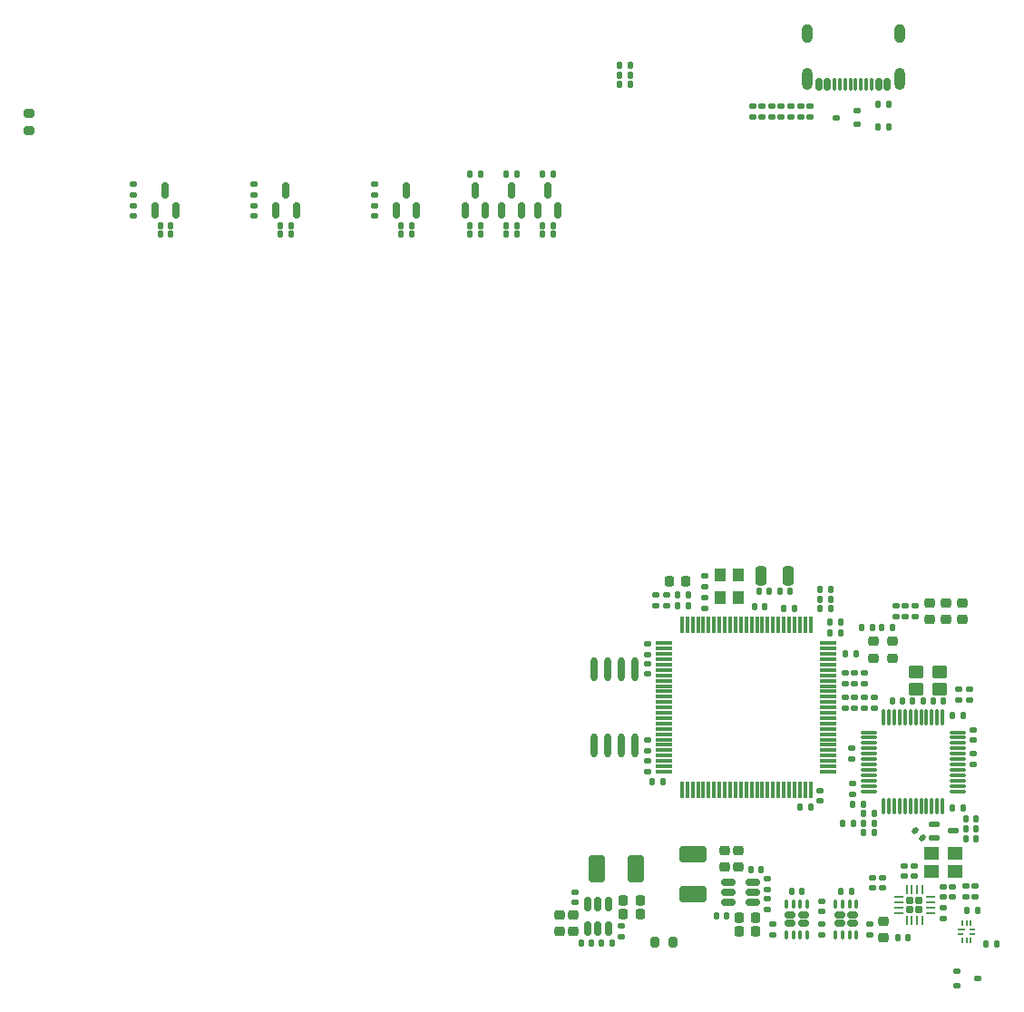
<source format=gbr>
%TF.GenerationSoftware,KiCad,Pcbnew,9.0.2-9.0.2-0~ubuntu24.04.1*%
%TF.CreationDate,2025-05-27T20:49:59+00:00*%
%TF.ProjectId,gpio-module,6770696f-2d6d-46f6-9475-6c652e6b6963,1.0.0*%
%TF.SameCoordinates,Original*%
%TF.FileFunction,Paste,Top*%
%TF.FilePolarity,Positive*%
%FSLAX46Y46*%
G04 Gerber Fmt 4.6, Leading zero omitted, Abs format (unit mm)*
G04 Created by KiCad (PCBNEW 9.0.2-9.0.2-0~ubuntu24.04.1) date 2025-05-27 20:49:59*
%MOMM*%
%LPD*%
G01*
G04 APERTURE LIST*
G04 Aperture macros list*
%AMRoundRect*
0 Rectangle with rounded corners*
0 $1 Rounding radius*
0 $2 $3 $4 $5 $6 $7 $8 $9 X,Y pos of 4 corners*
0 Add a 4 corners polygon primitive as box body*
4,1,4,$2,$3,$4,$5,$6,$7,$8,$9,$2,$3,0*
0 Add four circle primitives for the rounded corners*
1,1,$1+$1,$2,$3*
1,1,$1+$1,$4,$5*
1,1,$1+$1,$6,$7*
1,1,$1+$1,$8,$9*
0 Add four rect primitives between the rounded corners*
20,1,$1+$1,$2,$3,$4,$5,0*
20,1,$1+$1,$4,$5,$6,$7,0*
20,1,$1+$1,$6,$7,$8,$9,0*
20,1,$1+$1,$8,$9,$2,$3,0*%
G04 Aperture macros list end*
%ADD10RoundRect,0.250001X0.999999X-0.499999X0.999999X0.499999X-0.999999X0.499999X-0.999999X-0.499999X0*%
%ADD11RoundRect,0.140000X-0.140000X-0.170000X0.140000X-0.170000X0.140000X0.170000X-0.140000X0.170000X0*%
%ADD12RoundRect,0.140000X-0.170000X0.140000X-0.170000X-0.140000X0.170000X-0.140000X0.170000X0.140000X0*%
%ADD13RoundRect,0.140000X0.140000X0.170000X-0.140000X0.170000X-0.140000X-0.170000X0.140000X-0.170000X0*%
%ADD14RoundRect,0.150000X0.150000X-0.590000X0.150000X0.590000X-0.150000X0.590000X-0.150000X-0.590000X0*%
%ADD15RoundRect,0.140000X0.170000X-0.140000X0.170000X0.140000X-0.170000X0.140000X-0.170000X-0.140000X0*%
%ADD16RoundRect,0.220000X0.220000X0.255000X-0.220000X0.255000X-0.220000X-0.255000X0.220000X-0.255000X0*%
%ADD17RoundRect,0.220000X0.255000X-0.220000X0.255000X0.220000X-0.255000X0.220000X-0.255000X-0.220000X0*%
%ADD18R,0.663000X0.225000*%
%ADD19R,0.563000X0.225000*%
%ADD20R,0.225000X0.563000*%
%ADD21RoundRect,0.225000X-0.250000X0.225000X-0.250000X-0.225000X0.250000X-0.225000X0.250000X0.225000X0*%
%ADD22RoundRect,0.075000X-0.075000X0.725000X-0.075000X-0.725000X0.075000X-0.725000X0.075000X0.725000X0*%
%ADD23RoundRect,0.075000X-0.725000X0.075000X-0.725000X-0.075000X0.725000X-0.075000X0.725000X0.075000X0*%
%ADD24RoundRect,0.150000X-0.512500X-0.150000X0.512500X-0.150000X0.512500X0.150000X-0.512500X0.150000X0*%
%ADD25RoundRect,0.220000X-0.255000X0.220000X-0.255000X-0.220000X0.255000X-0.220000X0.255000X0.220000X0*%
%ADD26RoundRect,0.225000X0.225000X0.250000X-0.225000X0.250000X-0.225000X-0.250000X0.225000X-0.250000X0*%
%ADD27RoundRect,0.250000X0.450000X0.350000X-0.450000X0.350000X-0.450000X-0.350000X0.450000X-0.350000X0*%
%ADD28RoundRect,0.075000X-0.075000X0.662500X-0.075000X-0.662500X0.075000X-0.662500X0.075000X0.662500X0*%
%ADD29RoundRect,0.075000X-0.662500X0.075000X-0.662500X-0.075000X0.662500X-0.075000X0.662500X0.075000X0*%
%ADD30RoundRect,0.150000X0.150000X0.425000X-0.150000X0.425000X-0.150000X-0.425000X0.150000X-0.425000X0*%
%ADD31RoundRect,0.075000X0.075000X0.500000X-0.075000X0.500000X-0.075000X-0.500000X0.075000X-0.500000X0*%
%ADD32O,1.000000X2.100000*%
%ADD33O,1.000000X1.800000*%
%ADD34RoundRect,0.200000X0.275000X-0.200000X0.275000X0.200000X-0.275000X0.200000X-0.275000X-0.200000X0*%
%ADD35RoundRect,0.112500X-0.237500X0.112500X-0.237500X-0.112500X0.237500X-0.112500X0.237500X0.112500X0*%
%ADD36R,1.100000X1.300000*%
%ADD37RoundRect,0.225000X-0.225000X-0.250000X0.225000X-0.250000X0.225000X0.250000X-0.225000X0.250000X0*%
%ADD38RoundRect,0.200000X-0.200000X-0.275000X0.200000X-0.275000X0.200000X0.275000X-0.200000X0.275000X0*%
%ADD39RoundRect,0.160000X-0.325000X0.160000X-0.325000X-0.160000X0.325000X-0.160000X0.325000X0.160000X0*%
%ADD40RoundRect,0.075000X-0.075000X0.350000X-0.075000X-0.350000X0.075000X-0.350000X0.075000X0.350000X0*%
%ADD41RoundRect,0.250000X0.250000X-0.650000X0.250000X0.650000X-0.250000X0.650000X-0.250000X-0.650000X0*%
%ADD42RoundRect,0.140000X0.219203X0.021213X0.021213X0.219203X-0.219203X-0.021213X-0.021213X-0.219203X0*%
%ADD43R,1.400000X1.200000*%
%ADD44O,0.630000X2.250000*%
%ADD45RoundRect,0.250001X-0.499999X-0.999999X0.499999X-0.999999X0.499999X0.999999X-0.499999X0.999999X0*%
%ADD46RoundRect,0.172500X-0.172500X0.172500X-0.172500X-0.172500X0.172500X-0.172500X0.172500X0.172500X0*%
%ADD47RoundRect,0.062500X-0.062500X0.350000X-0.062500X-0.350000X0.062500X-0.350000X0.062500X0.350000X0*%
%ADD48RoundRect,0.062500X-0.350000X0.062500X-0.350000X-0.062500X0.350000X-0.062500X0.350000X0.062500X0*%
%ADD49RoundRect,0.112500X0.237500X-0.112500X0.237500X0.112500X-0.237500X0.112500X-0.237500X-0.112500X0*%
%ADD50RoundRect,0.125000X0.345000X0.125000X-0.345000X0.125000X-0.345000X-0.125000X0.345000X-0.125000X0*%
%ADD51RoundRect,0.150000X-0.150000X0.512500X-0.150000X-0.512500X0.150000X-0.512500X0.150000X0.512500X0*%
G04 APERTURE END LIST*
D10*
%TO.C,L301*%
X107120720Y-134271542D03*
X107120720Y-130571542D03*
%TD*%
D11*
%TO.C,C420*%
X115578000Y-107597001D03*
X116578000Y-107597001D03*
%TD*%
D12*
%TO.C,R428*%
X54870000Y-69985001D03*
X54870000Y-70984999D03*
%TD*%
D13*
%TO.C,C423*%
X106672000Y-106327001D03*
X105672000Y-106327001D03*
%TD*%
D11*
%TO.C,R421*%
X93070001Y-67085001D03*
X94069999Y-67085001D03*
%TD*%
D14*
%TO.C,Q402*%
X89220000Y-70425001D03*
X91120000Y-70425001D03*
X90170000Y-68545002D03*
%TD*%
%TO.C,Q406*%
X68170000Y-70425001D03*
X70070000Y-70425001D03*
X69120000Y-68545002D03*
%TD*%
D15*
%TO.C,C406*%
X108204000Y-107589001D03*
X108204000Y-106589001D03*
%TD*%
D11*
%TO.C,R423*%
X79870001Y-71885001D03*
X80869999Y-71885001D03*
%TD*%
D12*
%TO.C,R903*%
X126850000Y-131625000D03*
X126850000Y-132625000D03*
%TD*%
D13*
%TO.C,R308*%
X127200000Y-138375000D03*
X126200000Y-138375000D03*
%TD*%
D16*
%TO.C,FB401*%
X106462000Y-105057001D03*
X104882000Y-105057001D03*
%TD*%
D11*
%TO.C,R416*%
X89670000Y-71885001D03*
X90670000Y-71885001D03*
%TD*%
D15*
%TO.C,C501*%
X119100000Y-138075000D03*
X119100000Y-137075000D03*
%TD*%
D11*
%TO.C,R716*%
X123000000Y-128525000D03*
X124000000Y-128525000D03*
%TD*%
D12*
%TO.C,R306*%
X114070720Y-132821542D03*
X114070720Y-133821542D03*
%TD*%
D13*
%TO.C,R417*%
X90669999Y-72685001D03*
X89670001Y-72685001D03*
%TD*%
D17*
%TO.C,D301*%
X124850000Y-138365000D03*
X124850000Y-136785000D03*
%TD*%
D12*
%TO.C,C427*%
X102870000Y-121829001D03*
X102870000Y-122829001D03*
%TD*%
D15*
%TO.C,C601*%
X114550000Y-138075000D03*
X114550000Y-137075000D03*
%TD*%
D13*
%TO.C,R301*%
X97650000Y-138871508D03*
X96650000Y-138871508D03*
%TD*%
D15*
%TO.C,R600*%
X119100000Y-135925000D03*
X119100000Y-134925000D03*
%TD*%
D12*
%TO.C,C400*%
X102870000Y-112734002D03*
X102870000Y-113734002D03*
%TD*%
D13*
%TO.C,R418*%
X90669999Y-67085001D03*
X89670001Y-67085001D03*
%TD*%
%TO.C,C313*%
X114250000Y-106025000D03*
X113250000Y-106025000D03*
%TD*%
D11*
%TO.C,R801*%
X124350000Y-62675000D03*
X125350000Y-62675000D03*
%TD*%
D13*
%TO.C,C600*%
X117300000Y-134025000D03*
X116300000Y-134025000D03*
%TD*%
D11*
%TO.C,C314*%
X115200000Y-106025000D03*
X116200000Y-106025000D03*
%TD*%
D18*
%TO.C,U801*%
X132131500Y-137600000D03*
D19*
X132081500Y-138000000D03*
D20*
X132250000Y-138568500D03*
X132650000Y-138568500D03*
X133050000Y-138568500D03*
D19*
X133218500Y-138000000D03*
X133218500Y-137600000D03*
D20*
X133050000Y-137031500D03*
X132650000Y-137031500D03*
X132250000Y-137031500D03*
%TD*%
D21*
%TO.C,C304*%
X94646542Y-136211059D03*
X94646542Y-137771059D03*
%TD*%
D11*
%TO.C,R419*%
X93070002Y-71885001D03*
X94070000Y-71885001D03*
%TD*%
D12*
%TO.C,C305*%
X96090000Y-134071508D03*
X96090000Y-135071508D03*
%TD*%
D13*
%TO.C,R404*%
X119950000Y-107645000D03*
X118950000Y-107645000D03*
%TD*%
D22*
%TO.C,U403*%
X118075000Y-109175000D03*
X117575000Y-109175000D03*
X117075000Y-109175000D03*
X116575000Y-109175000D03*
X116075000Y-109175000D03*
X115575000Y-109175000D03*
X115075000Y-109175000D03*
X114575000Y-109175000D03*
X114075000Y-109175000D03*
X113575000Y-109175000D03*
X113075000Y-109175000D03*
X112575000Y-109175000D03*
X112075000Y-109175000D03*
X111575000Y-109175000D03*
X111075000Y-109175000D03*
X110575000Y-109175000D03*
X110075000Y-109175000D03*
X109575000Y-109175000D03*
X109075000Y-109175000D03*
X108575000Y-109175000D03*
X108075000Y-109175000D03*
X107575000Y-109175000D03*
X107075000Y-109175000D03*
X106575000Y-109175000D03*
X106075000Y-109175000D03*
D23*
X104400000Y-110850000D03*
X104400000Y-111350000D03*
X104400000Y-111850000D03*
X104400000Y-112350000D03*
X104400000Y-112850000D03*
X104400000Y-113350000D03*
X104400000Y-113850000D03*
X104400000Y-114350000D03*
X104400000Y-114850000D03*
X104400000Y-115350000D03*
X104400000Y-115850000D03*
X104400000Y-116350000D03*
X104400000Y-116850000D03*
X104400000Y-117350000D03*
X104400000Y-117850000D03*
X104400000Y-118350000D03*
X104400000Y-118850000D03*
X104400000Y-119350000D03*
X104400000Y-119850000D03*
X104400000Y-120350000D03*
X104400000Y-120850000D03*
X104400000Y-121350000D03*
X104400000Y-121850000D03*
X104400000Y-122350000D03*
X104400000Y-122850000D03*
D22*
X106075000Y-124525000D03*
X106575000Y-124525000D03*
X107075000Y-124525000D03*
X107575000Y-124525000D03*
X108075000Y-124525000D03*
X108575000Y-124525000D03*
X109075000Y-124525000D03*
X109575000Y-124525000D03*
X110075000Y-124525000D03*
X110575000Y-124525000D03*
X111075000Y-124525000D03*
X111575000Y-124525000D03*
X112075000Y-124525000D03*
X112575000Y-124525000D03*
X113075000Y-124525000D03*
X113575000Y-124525000D03*
X114075000Y-124525000D03*
X114575000Y-124525000D03*
X115075000Y-124525000D03*
X115575000Y-124525000D03*
X116075000Y-124525000D03*
X116575000Y-124525000D03*
X117075000Y-124525000D03*
X117575000Y-124525000D03*
X118075000Y-124525000D03*
D23*
X119750000Y-122850000D03*
X119750000Y-122350000D03*
X119750000Y-121850000D03*
X119750000Y-121350000D03*
X119750000Y-120850000D03*
X119750000Y-120350000D03*
X119750000Y-119850000D03*
X119750000Y-119350000D03*
X119750000Y-118850000D03*
X119750000Y-118350000D03*
X119750000Y-117850000D03*
X119750000Y-117350000D03*
X119750000Y-116850000D03*
X119750000Y-116350000D03*
X119750000Y-115850000D03*
X119750000Y-115350000D03*
X119750000Y-114850000D03*
X119750000Y-114350000D03*
X119750000Y-113850000D03*
X119750000Y-113350000D03*
X119750000Y-112850000D03*
X119750000Y-112350000D03*
X119750000Y-111850000D03*
X119750000Y-111350000D03*
X119750000Y-110850000D03*
%TD*%
D24*
%TO.C,U301*%
X110412500Y-133168050D03*
X110412500Y-134118050D03*
X110412500Y-135068050D03*
X112687500Y-135068050D03*
X112687500Y-134118050D03*
X112687500Y-133168050D03*
%TD*%
D13*
%TO.C,C500*%
X121900000Y-134025000D03*
X120900000Y-134025000D03*
%TD*%
D12*
%TO.C,R902*%
X127750000Y-131625000D03*
X127750000Y-132625000D03*
%TD*%
D17*
%TO.C,D400*%
X129240000Y-108665000D03*
X129240000Y-107085000D03*
%TD*%
D12*
%TO.C,R700*%
X121325000Y-115925000D03*
X121325000Y-116925000D03*
%TD*%
D11*
%TO.C,R405*%
X100228400Y-58685001D03*
X101228400Y-58685001D03*
%TD*%
D15*
%TO.C,R409*%
X114450000Y-61725000D03*
X114450000Y-60725000D03*
%TD*%
%TO.C,R400*%
X113550000Y-61725000D03*
X113550000Y-60725000D03*
%TD*%
D12*
%TO.C,R433*%
X54870000Y-67985002D03*
X54870000Y-68985000D03*
%TD*%
D15*
%TO.C,R411*%
X126950000Y-108375000D03*
X126950000Y-107375000D03*
%TD*%
D12*
%TO.C,C410*%
X123100000Y-113600000D03*
X123100000Y-114600000D03*
%TD*%
D11*
%TO.C,R429*%
X57370000Y-71885001D03*
X58370000Y-71885001D03*
%TD*%
D25*
%TO.C,D701*%
X125702000Y-110660000D03*
X125702000Y-112240000D03*
%TD*%
D13*
%TO.C,C422*%
X120888000Y-108867001D03*
X119888000Y-108867001D03*
%TD*%
D12*
%TO.C,R701*%
X124000000Y-115925000D03*
X124000000Y-116925000D03*
%TD*%
D13*
%TO.C,C424*%
X106680000Y-107343001D03*
X105680000Y-107343001D03*
%TD*%
%TO.C,C405*%
X120896000Y-109883001D03*
X119896000Y-109883001D03*
%TD*%
D26*
%TO.C,C301*%
X102180000Y-136171508D03*
X100620000Y-136171508D03*
%TD*%
D15*
%TO.C,C300*%
X100400000Y-138281508D03*
X100400000Y-137281508D03*
%TD*%
D17*
%TO.C,D402*%
X132240000Y-108665000D03*
X132240000Y-107085000D03*
%TD*%
D27*
%TO.C,Y700*%
X130150000Y-113525000D03*
X127950000Y-113525000D03*
X127950000Y-115125000D03*
X130150000Y-115125000D03*
%TD*%
D28*
%TO.C,U700*%
X130400000Y-117762500D03*
X129900000Y-117762500D03*
X129400000Y-117762500D03*
X128900000Y-117762500D03*
X128400000Y-117762500D03*
X127900000Y-117762500D03*
X127400000Y-117762500D03*
X126900000Y-117762500D03*
X126400000Y-117762500D03*
X125900000Y-117762500D03*
X125400000Y-117762500D03*
X124900000Y-117762500D03*
D29*
X123487500Y-119175000D03*
X123487500Y-119675000D03*
X123487500Y-120175000D03*
X123487500Y-120675000D03*
X123487500Y-121175000D03*
X123487500Y-121675000D03*
X123487500Y-122175000D03*
X123487500Y-122675000D03*
X123487500Y-123175000D03*
X123487500Y-123675000D03*
X123487500Y-124175000D03*
X123487500Y-124675000D03*
D28*
X124900000Y-126087500D03*
X125400000Y-126087500D03*
X125900000Y-126087500D03*
X126400000Y-126087500D03*
X126900000Y-126087500D03*
X127400000Y-126087500D03*
X127900000Y-126087500D03*
X128400000Y-126087500D03*
X128900000Y-126087500D03*
X129400000Y-126087500D03*
X129900000Y-126087500D03*
X130400000Y-126087500D03*
D29*
X131812500Y-124675000D03*
X131812500Y-124175000D03*
X131812500Y-123675000D03*
X131812500Y-123175000D03*
X131812500Y-122675000D03*
X131812500Y-122175000D03*
X131812500Y-121675000D03*
X131812500Y-121175000D03*
X131812500Y-120675000D03*
X131812500Y-120175000D03*
X131812500Y-119675000D03*
X131812500Y-119175000D03*
%TD*%
D14*
%TO.C,Q403*%
X92620000Y-70425001D03*
X94520000Y-70425001D03*
X93570000Y-68545002D03*
%TD*%
%TO.C,Q407*%
X56920000Y-70425001D03*
X58820000Y-70425001D03*
X57870000Y-68545002D03*
%TD*%
D11*
%TO.C,R707*%
X122850000Y-109375000D03*
X123850000Y-109375000D03*
%TD*%
D13*
%TO.C,C708*%
X128600000Y-116235000D03*
X127600000Y-116235000D03*
%TD*%
D12*
%TO.C,R705*%
X132900000Y-115125000D03*
X132900000Y-116125000D03*
%TD*%
%TO.C,R307*%
X114070720Y-134721542D03*
X114070720Y-135721542D03*
%TD*%
%TO.C,C425*%
X103640000Y-106343001D03*
X103640000Y-107343001D03*
%TD*%
D11*
%TO.C,R711*%
X132550000Y-128175000D03*
X133550000Y-128175000D03*
%TD*%
%TO.C,R710*%
X132550000Y-127275000D03*
X133550000Y-127275000D03*
%TD*%
%TO.C,R715*%
X123000000Y-127650000D03*
X124000000Y-127650000D03*
%TD*%
D12*
%TO.C,C801*%
X116250000Y-60725000D03*
X116250000Y-61725000D03*
%TD*%
D15*
%TO.C,C402*%
X102870000Y-111907001D03*
X102870000Y-110907001D03*
%TD*%
D30*
%TO.C,J800*%
X125250000Y-58715000D03*
X124450000Y-58715000D03*
D31*
X123300000Y-58715000D03*
X122300000Y-58715000D03*
X121800000Y-58715000D03*
X120800000Y-58715000D03*
D30*
X119650000Y-58715000D03*
X118850000Y-58715000D03*
X118850000Y-58715000D03*
X119650000Y-58715000D03*
D31*
X120300000Y-58715000D03*
X121300000Y-58715000D03*
X122800000Y-58715000D03*
X123800000Y-58715000D03*
D30*
X124450000Y-58715000D03*
X125250000Y-58715000D03*
D32*
X126370000Y-58140000D03*
D33*
X126370000Y-53960000D03*
D32*
X117730000Y-58140000D03*
D33*
X117730000Y-53960000D03*
%TD*%
D11*
%TO.C,C311*%
X109270720Y-136281542D03*
X110270720Y-136281542D03*
%TD*%
D12*
%TO.C,R431*%
X77370000Y-67985002D03*
X77370000Y-68985000D03*
%TD*%
D34*
%TO.C,F301*%
X45170000Y-63005002D03*
X45170000Y-61365000D03*
%TD*%
D35*
%TO.C,U402*%
X131707500Y-141512501D03*
X131707500Y-142812501D03*
X133707500Y-142162501D03*
%TD*%
D11*
%TO.C,R425*%
X68620001Y-71885001D03*
X69619999Y-71885001D03*
%TD*%
%TO.C,C707*%
X129500000Y-116225000D03*
X130500000Y-116225000D03*
%TD*%
D14*
%TO.C,Q405*%
X79420000Y-70425001D03*
X81320000Y-70425001D03*
X80370000Y-68545002D03*
%TD*%
D12*
%TO.C,R901*%
X123900000Y-132725000D03*
X123900000Y-133725000D03*
%TD*%
D36*
%TO.C,Y400*%
X109665000Y-104515001D03*
X109665000Y-106615001D03*
X111315000Y-106615001D03*
X111315000Y-104515001D03*
%TD*%
D13*
%TO.C,R709*%
X133550000Y-129075000D03*
X132550000Y-129075000D03*
%TD*%
D14*
%TO.C,Q401*%
X85820000Y-70425001D03*
X87720000Y-70425001D03*
X86770000Y-68545002D03*
%TD*%
D12*
%TO.C,R805*%
X117150000Y-60725000D03*
X117150000Y-61725000D03*
%TD*%
D13*
%TO.C,R415*%
X87269999Y-72685001D03*
X86270001Y-72685001D03*
%TD*%
D12*
%TO.C,R800*%
X118050000Y-60725000D03*
X118050000Y-61725000D03*
%TD*%
D37*
%TO.C,C310*%
X111420720Y-136481542D03*
X112980720Y-136481542D03*
%TD*%
D12*
%TO.C,R402*%
X122200000Y-113600000D03*
X122200000Y-114600000D03*
%TD*%
D15*
%TO.C,R702*%
X133300000Y-122175000D03*
X133300000Y-121175000D03*
%TD*%
D13*
%TO.C,R427*%
X69619999Y-72685001D03*
X68620001Y-72685001D03*
%TD*%
D37*
%TO.C,C309*%
X111410271Y-137725000D03*
X112970271Y-137725000D03*
%TD*%
D15*
%TO.C,C900*%
X130450000Y-134575000D03*
X130450000Y-133575000D03*
%TD*%
D12*
%TO.C,C404*%
X118975000Y-124600000D03*
X118975000Y-125600000D03*
%TD*%
%TO.C,R424*%
X66120000Y-69985001D03*
X66120000Y-70984999D03*
%TD*%
D13*
%TO.C,R426*%
X80869999Y-72685001D03*
X79870001Y-72685001D03*
%TD*%
D12*
%TO.C,R802*%
X132550000Y-133525000D03*
X132550000Y-134525000D03*
%TD*%
%TO.C,C432*%
X108204000Y-104557001D03*
X108204000Y-105557001D03*
%TD*%
D11*
%TO.C,C701*%
X131350000Y-117625000D03*
X132350000Y-117625000D03*
%TD*%
D13*
%TO.C,R300*%
X99550000Y-138871508D03*
X98550000Y-138871508D03*
%TD*%
D12*
%TO.C,R422*%
X77370000Y-69985001D03*
X77370000Y-70984999D03*
%TD*%
D11*
%TO.C,C700*%
X122000000Y-125875000D03*
X123000000Y-125875000D03*
%TD*%
D15*
%TO.C,R500*%
X123650000Y-138075000D03*
X123650000Y-137075000D03*
%TD*%
D12*
%TO.C,C704*%
X133290000Y-118922500D03*
X133290000Y-119922500D03*
%TD*%
D15*
%TO.C,C902*%
X131350000Y-134575000D03*
X131350000Y-133575000D03*
%TD*%
D11*
%TO.C,C312*%
X132650000Y-135775000D03*
X133650000Y-135775000D03*
%TD*%
D15*
%TO.C,C702*%
X122010000Y-124927500D03*
X122010000Y-123927500D03*
%TD*%
D12*
%TO.C,R706*%
X131950000Y-115125000D03*
X131950000Y-116125000D03*
%TD*%
D15*
%TO.C,R803*%
X133450000Y-134525000D03*
X133450000Y-133525000D03*
%TD*%
D21*
%TO.C,C307*%
X110108674Y-130191542D03*
X110108674Y-131751542D03*
%TD*%
D13*
%TO.C,C306*%
X113480720Y-131971542D03*
X112480720Y-131971542D03*
%TD*%
D15*
%TO.C,R401*%
X121300000Y-114600000D03*
X121300000Y-113600000D03*
%TD*%
D38*
%TO.C,F300*%
X103580000Y-138775000D03*
X105220000Y-138775000D03*
%TD*%
D11*
%TO.C,R714*%
X123000000Y-126775000D03*
X124000000Y-126775000D03*
%TD*%
D12*
%TO.C,R900*%
X124800000Y-132725000D03*
X124800000Y-133725000D03*
%TD*%
D39*
%TO.C,U600*%
X117400000Y-136225000D03*
X116200000Y-136225000D03*
X117400000Y-137025000D03*
X116200000Y-137025000D03*
D40*
X117775000Y-135175000D03*
X117125000Y-135175000D03*
X116475000Y-135175000D03*
X115825000Y-135175000D03*
X115825000Y-138075000D03*
X116475000Y-138075000D03*
X117125000Y-138075000D03*
X117775000Y-138075000D03*
%TD*%
D41*
%TO.C,X300*%
X113475000Y-104550000D03*
X115975000Y-104550000D03*
%TD*%
D13*
%TO.C,R406*%
X101228400Y-56885001D03*
X100228400Y-56885001D03*
%TD*%
%TO.C,R414*%
X87269999Y-67085001D03*
X86270001Y-67085001D03*
%TD*%
D15*
%TO.C,R412*%
X126050000Y-108375000D03*
X126050000Y-107375000D03*
%TD*%
%TO.C,C706*%
X122200000Y-116925000D03*
X122200000Y-115925000D03*
%TD*%
D11*
%TO.C,C800*%
X124350000Y-60525000D03*
X125350000Y-60525000D03*
%TD*%
%TO.C,R413*%
X86270000Y-71885001D03*
X87270000Y-71885001D03*
%TD*%
D26*
%TO.C,C302*%
X102180000Y-134909462D03*
X100620000Y-134909462D03*
%TD*%
D11*
%TO.C,C401*%
X112825000Y-107475000D03*
X113825000Y-107475000D03*
%TD*%
%TO.C,C705*%
X125700000Y-116235000D03*
X126700000Y-116235000D03*
%TD*%
D42*
%TO.C,R712*%
X128553553Y-129028553D03*
X127846447Y-128321447D03*
%TD*%
D12*
%TO.C,R708*%
X121900000Y-120675000D03*
X121900000Y-121675000D03*
%TD*%
D13*
%TO.C,C403*%
X104325000Y-123750000D03*
X103325000Y-123750000D03*
%TD*%
D15*
%TO.C,R410*%
X127850000Y-108375000D03*
X127850000Y-107375000D03*
%TD*%
D43*
%TO.C,Y900*%
X131600000Y-130475000D03*
X129400000Y-130475000D03*
X129400000Y-132175000D03*
X131600000Y-132175000D03*
%TD*%
D39*
%TO.C,U500*%
X122000000Y-136225000D03*
X120800000Y-136225000D03*
X122000000Y-137025000D03*
X120800000Y-137025000D03*
D40*
X122375000Y-135175000D03*
X121725000Y-135175000D03*
X121075000Y-135175000D03*
X120425000Y-135175000D03*
X120425000Y-138075000D03*
X121075000Y-138075000D03*
X121725000Y-138075000D03*
X122375000Y-138075000D03*
%TD*%
D11*
%TO.C,R713*%
X124750000Y-109375000D03*
X125750000Y-109375000D03*
%TD*%
%TO.C,C415*%
X118960000Y-105865000D03*
X119960000Y-105865000D03*
%TD*%
D44*
%TO.C,U100*%
X101705000Y-113320000D03*
X100435000Y-113320000D03*
X99155000Y-113320000D03*
X97885000Y-113320000D03*
X97885000Y-120380000D03*
X99155000Y-120380000D03*
X100435000Y-120380000D03*
X101705000Y-120380000D03*
%TD*%
D17*
%TO.C,D700*%
X123952000Y-112240000D03*
X123952000Y-110660000D03*
%TD*%
D12*
%TO.C,R432*%
X66120000Y-67985002D03*
X66120000Y-68985000D03*
%TD*%
D45*
%TO.C,L300*%
X98100000Y-131921508D03*
X101800000Y-131921508D03*
%TD*%
D15*
%TO.C,C100*%
X102850000Y-120925000D03*
X102850000Y-119925000D03*
%TD*%
D46*
%TO.C,U302*%
X128225000Y-134887500D03*
X127375000Y-134887500D03*
X128225000Y-135737500D03*
X127375000Y-135737500D03*
D47*
X128550000Y-133850000D03*
X128050000Y-133850000D03*
X127550000Y-133850000D03*
X127050000Y-133850000D03*
D48*
X126337500Y-134562500D03*
X126337500Y-135062500D03*
X126337500Y-135562500D03*
X126337500Y-136062500D03*
D47*
X127050000Y-136775000D03*
X127550000Y-136775000D03*
X128050000Y-136775000D03*
X128550000Y-136775000D03*
D48*
X129262500Y-136062500D03*
X129262500Y-135562500D03*
X129262500Y-135062500D03*
X129262500Y-134562500D03*
%TD*%
D49*
%TO.C,U401*%
X122470000Y-62435001D03*
X122470000Y-61135001D03*
X120470000Y-61785001D03*
%TD*%
D12*
%TO.C,C426*%
X104656000Y-106335001D03*
X104656000Y-107335001D03*
%TD*%
D13*
%TO.C,R420*%
X94069999Y-72685001D03*
X93070001Y-72685001D03*
%TD*%
D11*
%TO.C,C703*%
X131350000Y-126275000D03*
X132350000Y-126275000D03*
%TD*%
D17*
%TO.C,D401*%
X130750000Y-108665000D03*
X130750000Y-107085000D03*
%TD*%
D15*
%TO.C,R408*%
X115350000Y-61725000D03*
X115350000Y-60725000D03*
%TD*%
D13*
%TO.C,R403*%
X119960000Y-106765000D03*
X118960000Y-106765000D03*
%TD*%
D15*
%TO.C,R703*%
X123100000Y-116925000D03*
X123100000Y-115925000D03*
%TD*%
D21*
%TO.C,C308*%
X111370720Y-130191542D03*
X111370720Y-131751542D03*
%TD*%
D15*
%TO.C,R407*%
X112650000Y-61725000D03*
X112650000Y-60725000D03*
%TD*%
D13*
%TO.C,R430*%
X58369999Y-72685001D03*
X57370001Y-72685001D03*
%TD*%
D11*
%TO.C,C434*%
X121354999Y-111850000D03*
X122354999Y-111850000D03*
%TD*%
D50*
%TO.C,Q700*%
X129600000Y-127725000D03*
X129600000Y-129025000D03*
X131400000Y-128375000D03*
%TD*%
D12*
%TO.C,C904*%
X130450000Y-135525000D03*
X130450000Y-136525000D03*
%TD*%
D11*
%TO.C,C421*%
X117094000Y-126139001D03*
X118094000Y-126139001D03*
%TD*%
D13*
%TO.C,C416*%
X101228400Y-57785001D03*
X100228400Y-57785001D03*
%TD*%
D11*
%TO.C,R804*%
X134450000Y-138925000D03*
X135450000Y-138925000D03*
%TD*%
D51*
%TO.C,U300*%
X99203492Y-135213288D03*
X98253492Y-135213288D03*
X97303492Y-135213288D03*
X97303492Y-137488288D03*
X98253492Y-137488288D03*
X99203492Y-137488288D03*
%TD*%
D21*
%TO.C,C303*%
X95890000Y-136221508D03*
X95890000Y-137781508D03*
%TD*%
D11*
%TO.C,R704*%
X121050000Y-127650000D03*
X122050000Y-127650000D03*
%TD*%
M02*

</source>
